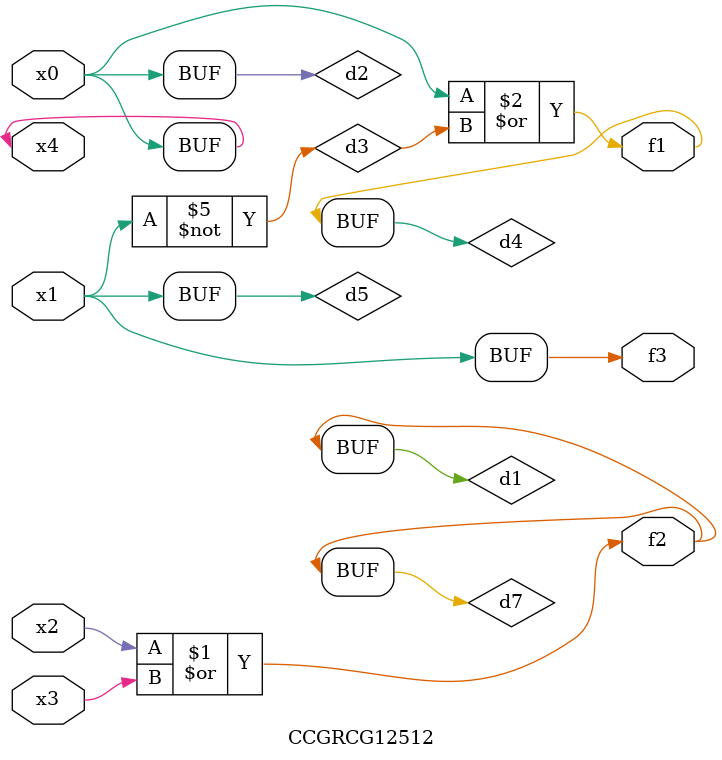
<source format=v>
module CCGRCG12512(
	input x0, x1, x2, x3, x4,
	output f1, f2, f3
);

	wire d1, d2, d3, d4, d5, d6, d7;

	or (d1, x2, x3);
	buf (d2, x0, x4);
	not (d3, x1);
	or (d4, d2, d3);
	not (d5, d3);
	nand (d6, d1, d3);
	or (d7, d1);
	assign f1 = d4;
	assign f2 = d7;
	assign f3 = d5;
endmodule

</source>
